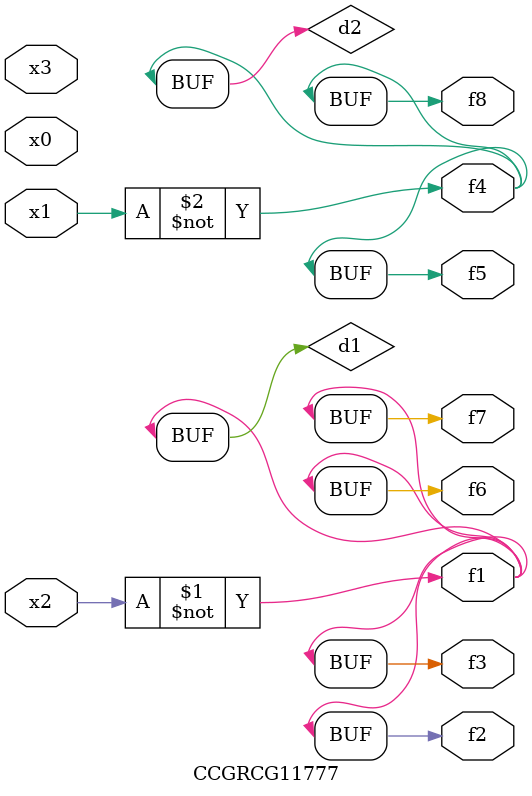
<source format=v>
module CCGRCG11777(
	input x0, x1, x2, x3,
	output f1, f2, f3, f4, f5, f6, f7, f8
);

	wire d1, d2;

	xnor (d1, x2);
	not (d2, x1);
	assign f1 = d1;
	assign f2 = d1;
	assign f3 = d1;
	assign f4 = d2;
	assign f5 = d2;
	assign f6 = d1;
	assign f7 = d1;
	assign f8 = d2;
endmodule

</source>
